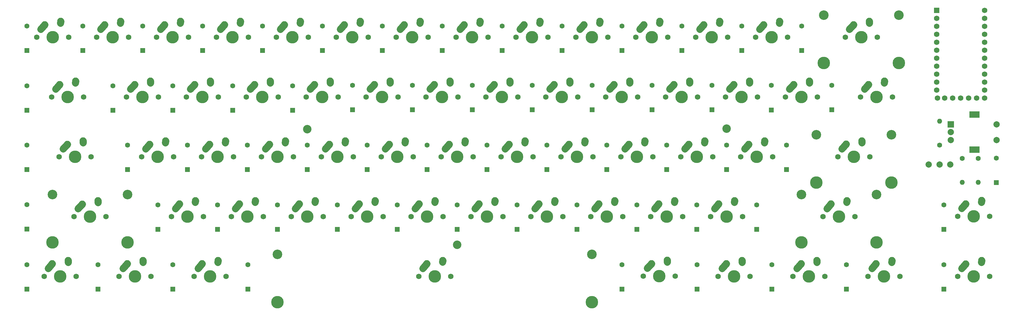
<source format=gbr>
G04 #@! TF.GenerationSoftware,KiCad,Pcbnew,(5.1.5)-3*
G04 #@! TF.CreationDate,2020-03-15T19:25:50-07:00*
G04 #@! TF.ProjectId,keyboard-layout,6b657962-6f61-4726-942d-6c61796f7574,rev?*
G04 #@! TF.SameCoordinates,Original*
G04 #@! TF.FileFunction,Soldermask,Bot*
G04 #@! TF.FilePolarity,Negative*
%FSLAX46Y46*%
G04 Gerber Fmt 4.6, Leading zero omitted, Abs format (unit mm)*
G04 Created by KiCad (PCBNEW (5.1.5)-3) date 2020-03-15 19:25:50*
%MOMM*%
%LPD*%
G04 APERTURE LIST*
%ADD10R,2.000000X2.000000*%
%ADD11C,2.000000*%
%ADD12R,3.200000X2.000000*%
%ADD13C,2.700000*%
%ADD14C,2.250000*%
%ADD15C,2.250000*%
%ADD16C,3.987800*%
%ADD17C,1.750000*%
%ADD18C,3.048000*%
%ADD19R,1.752600X1.752600*%
%ADD20C,1.752600*%
%ADD21C,1.600000*%
%ADD22R,1.600000X1.600000*%
%ADD23C,1.998980*%
%ADD24O,1.600000X1.600000*%
G04 APERTURE END LIST*
D10*
X315153040Y-57297320D03*
D11*
X315153040Y-59797320D03*
X315153040Y-62297320D03*
D12*
X322653040Y-54197320D03*
X322653040Y-65397320D03*
D11*
X329653040Y-57297320D03*
X329653040Y-62297320D03*
D13*
X158115000Y-95631000D03*
D14*
X251102500Y-44071660D02*
X251142500Y-43491660D01*
D15*
X251142500Y-43491660D03*
D14*
X244792500Y-46031660D02*
X246102502Y-44571660D01*
D16*
X248602500Y-48571660D03*
D15*
X246102500Y-44571660D03*
D17*
X243522500Y-48571660D03*
X253682500Y-48571660D03*
D13*
X110490000Y-58801000D03*
X243840000Y-58674000D03*
D14*
X153523320Y-101211500D02*
X153563320Y-100631500D01*
D15*
X153563320Y-100631500D03*
D14*
X147213320Y-103171500D02*
X148523322Y-101711500D01*
D16*
X151023320Y-105711500D03*
D15*
X148523320Y-101711500D03*
D17*
X145943320Y-105711500D03*
X156103320Y-105711500D03*
D18*
X101023420Y-98726500D03*
X201023220Y-98726500D03*
D16*
X101023420Y-113966500D03*
X201023220Y-113966500D03*
D19*
X310673750Y-20955000D03*
D20*
X310673750Y-23495000D03*
X310673750Y-26035000D03*
X310673750Y-28575000D03*
X310673750Y-31115000D03*
X310673750Y-33655000D03*
X310673750Y-36195000D03*
X310673750Y-38735000D03*
X310673750Y-41275000D03*
X310673750Y-43815000D03*
X310673750Y-46355000D03*
X325913750Y-48895000D03*
X325913750Y-46355000D03*
X325913750Y-43815000D03*
X325913750Y-41275000D03*
X325913750Y-38735000D03*
X325913750Y-36195000D03*
X325913750Y-33655000D03*
X325913750Y-31115000D03*
X325913750Y-28575000D03*
X325913750Y-26035000D03*
X325913750Y-23495000D03*
X310902350Y-48895000D03*
X325913750Y-20955000D03*
X323373750Y-48895000D03*
X320833750Y-48895000D03*
X318293750Y-48895000D03*
X315753750Y-48895000D03*
X313213750Y-48895000D03*
D21*
X329565000Y-68048040D03*
D22*
X329565000Y-75848040D03*
D23*
X308107080Y-70081140D03*
D24*
X311531000Y-56261000D03*
D21*
X311531000Y-63881000D03*
D24*
X318770000Y-75758040D03*
D21*
X318770000Y-68138040D03*
D24*
X323850000Y-75758040D03*
D21*
X323850000Y-68138040D03*
D23*
X311536080Y-70081140D03*
D14*
X74879840Y-82153880D02*
X74919840Y-81573880D01*
D15*
X74919840Y-81573880D03*
D14*
X68569840Y-84113880D02*
X69879842Y-82653880D01*
D16*
X72379840Y-86653880D03*
D15*
X69879840Y-82653880D03*
D17*
X67299840Y-86653880D03*
X77459840Y-86653880D03*
D14*
X155852500Y-44071660D02*
X155892500Y-43491660D01*
D15*
X155892500Y-43491660D03*
D14*
X149542500Y-46031660D02*
X150852502Y-44571660D01*
D16*
X153352500Y-48571660D03*
D15*
X150852500Y-44571660D03*
D17*
X148272500Y-48571660D03*
X158432500Y-48571660D03*
D14*
X93929840Y-82153880D02*
X93969840Y-81573880D01*
D15*
X93969840Y-81573880D03*
D14*
X87619840Y-84113880D02*
X88929842Y-82653880D01*
D16*
X91429840Y-86653880D03*
D15*
X88929840Y-82653880D03*
D17*
X86349840Y-86653880D03*
X96509840Y-86653880D03*
D14*
X58245380Y-101216580D02*
X58285380Y-100636580D01*
D15*
X58285380Y-100636580D03*
D14*
X51935380Y-103176580D02*
X53245382Y-101716580D01*
D16*
X55745380Y-105716580D03*
D15*
X53245380Y-101716580D03*
D17*
X50665380Y-105716580D03*
X60825380Y-105716580D03*
D14*
X248722520Y-101216580D02*
X248762520Y-100636580D01*
D15*
X248762520Y-100636580D03*
D14*
X242412520Y-103176580D02*
X243722522Y-101716580D01*
D16*
X246222520Y-105716580D03*
D15*
X243722520Y-101716580D03*
D17*
X241142520Y-105716580D03*
X251302520Y-105716580D03*
D14*
X79652500Y-44071660D02*
X79692500Y-43491660D01*
D15*
X79692500Y-43491660D03*
D14*
X73342500Y-46031660D02*
X74652502Y-44571660D01*
D16*
X77152500Y-48571660D03*
D15*
X74652500Y-44571660D03*
D17*
X72072500Y-48571660D03*
X82232500Y-48571660D03*
D14*
X132029840Y-82153880D02*
X132069840Y-81573880D01*
D15*
X132069840Y-81573880D03*
D14*
X125719840Y-84113880D02*
X127029842Y-82653880D01*
D16*
X129529840Y-86653880D03*
D15*
X127029840Y-82653880D03*
D17*
X124449840Y-86653880D03*
X134609840Y-86653880D03*
D14*
X174902500Y-44071660D02*
X174942500Y-43491660D01*
D15*
X174942500Y-43491660D03*
D14*
X168592500Y-46031660D02*
X169902502Y-44571660D01*
D16*
X172402500Y-48571660D03*
D15*
X169902500Y-44571660D03*
D17*
X167322500Y-48571660D03*
X177482500Y-48571660D03*
D14*
X36782380Y-44079280D02*
X36822380Y-43499280D01*
D15*
X36822380Y-43499280D03*
D14*
X30472380Y-46039280D02*
X31782382Y-44579280D01*
D16*
X34282380Y-48579280D03*
D15*
X31782380Y-44579280D03*
D17*
X29202380Y-48579280D03*
X39362380Y-48579280D03*
D14*
X136802500Y-44071660D02*
X136842500Y-43491660D01*
D15*
X136842500Y-43491660D03*
D14*
X130492500Y-46031660D02*
X131802502Y-44571660D01*
D16*
X134302500Y-48571660D03*
D15*
X131802500Y-44571660D03*
D17*
X129222500Y-48571660D03*
X139382500Y-48571660D03*
D14*
X246329840Y-82153880D02*
X246369840Y-81573880D01*
D15*
X246369840Y-81573880D03*
D14*
X240019840Y-84113880D02*
X241329842Y-82653880D01*
D16*
X243829840Y-86653880D03*
D15*
X241329840Y-82653880D03*
D17*
X238749840Y-86653880D03*
X248909840Y-86653880D03*
D14*
X43927400Y-82174200D02*
X43967400Y-81594200D01*
D15*
X43967400Y-81594200D03*
D14*
X37617400Y-84134200D02*
X38927402Y-82674200D01*
D16*
X41427400Y-86674200D03*
D15*
X38927400Y-82674200D03*
D17*
X36347400Y-86674200D03*
X46507400Y-86674200D03*
D18*
X29489400Y-79689200D03*
X53365400Y-79689200D03*
D16*
X29489400Y-94929200D03*
X53365400Y-94929200D03*
D14*
X282052400Y-82158960D02*
X282092400Y-81578960D01*
D15*
X282092400Y-81578960D03*
D14*
X275742400Y-84118960D02*
X277052402Y-82658960D01*
D16*
X279552400Y-86658960D03*
D15*
X277052400Y-82658960D03*
D17*
X274472400Y-86658960D03*
X284632400Y-86658960D03*
D18*
X267614400Y-79673960D03*
X291490400Y-79673960D03*
D16*
X267614400Y-94913960D03*
X291490400Y-94913960D03*
D14*
X236817540Y-63121660D02*
X236857540Y-62541660D01*
D15*
X236857540Y-62541660D03*
D14*
X230507540Y-65081660D02*
X231817542Y-63621660D01*
D16*
X234317540Y-67621660D03*
D15*
X231817540Y-63621660D03*
D17*
X229237540Y-67621660D03*
X239397540Y-67621660D03*
D14*
X84417540Y-63121660D02*
X84457540Y-62541660D01*
D15*
X84457540Y-62541660D03*
D14*
X78107540Y-65081660D02*
X79417542Y-63621660D01*
D16*
X81917540Y-67621660D03*
D15*
X79417540Y-63621660D03*
D17*
X76837540Y-67621660D03*
X86997540Y-67621660D03*
D14*
X117752500Y-44071660D02*
X117792500Y-43491660D01*
D15*
X117792500Y-43491660D03*
D14*
X111442500Y-46031660D02*
X112752502Y-44571660D01*
D16*
X115252500Y-48571660D03*
D15*
X112752500Y-44571660D03*
D17*
X110172500Y-48571660D03*
X120332500Y-48571660D03*
D14*
X255867540Y-63121660D02*
X255907540Y-62541660D01*
D15*
X255907540Y-62541660D03*
D14*
X249557540Y-65081660D02*
X250867542Y-63621660D01*
D16*
X253367540Y-67621660D03*
D15*
X250867540Y-63621660D03*
D17*
X248287540Y-67621660D03*
X258447540Y-67621660D03*
D14*
X60602500Y-44071660D02*
X60642500Y-43491660D01*
D15*
X60642500Y-43491660D03*
D14*
X54292500Y-46031660D02*
X55602502Y-44571660D01*
D16*
X58102500Y-48571660D03*
D15*
X55602500Y-44571660D03*
D17*
X53022500Y-48571660D03*
X63182500Y-48571660D03*
D14*
X232052500Y-44071660D02*
X232092500Y-43491660D01*
D15*
X232092500Y-43491660D03*
D14*
X225742500Y-46031660D02*
X227052502Y-44571660D01*
D16*
X229552500Y-48571660D03*
D15*
X227052500Y-44571660D03*
D17*
X224472500Y-48571660D03*
X234632500Y-48571660D03*
D14*
X213002500Y-44071660D02*
X213042500Y-43491660D01*
D15*
X213042500Y-43491660D03*
D14*
X206692500Y-46031660D02*
X208002502Y-44571660D01*
D16*
X210502500Y-48571660D03*
D15*
X208002500Y-44571660D03*
D17*
X205422500Y-48571660D03*
X215582500Y-48571660D03*
D14*
X170129840Y-82153880D02*
X170169840Y-81573880D01*
D15*
X170169840Y-81573880D03*
D14*
X163819840Y-84113880D02*
X165129842Y-82653880D01*
D16*
X167629840Y-86653880D03*
D15*
X165129840Y-82653880D03*
D17*
X162549840Y-86653880D03*
X172709840Y-86653880D03*
D14*
X241577500Y-25021660D02*
X241617500Y-24441660D01*
D15*
X241617500Y-24441660D03*
D14*
X235267500Y-26981660D02*
X236577502Y-25521660D01*
D16*
X239077500Y-29521660D03*
D15*
X236577500Y-25521660D03*
D17*
X233997500Y-29521660D03*
X244157500Y-29521660D03*
D14*
X272529940Y-101216580D02*
X272569940Y-100636580D01*
D15*
X272569940Y-100636580D03*
D14*
X266219940Y-103176580D02*
X267529942Y-101716580D01*
D16*
X270029940Y-105716580D03*
D15*
X267529940Y-101716580D03*
D17*
X264949940Y-105716580D03*
X275109940Y-105716580D03*
D14*
X189179840Y-82153880D02*
X189219840Y-81573880D01*
D15*
X189219840Y-81573880D03*
D14*
X182869840Y-84113880D02*
X184179842Y-82653880D01*
D16*
X186679840Y-86653880D03*
D15*
X184179840Y-82653880D03*
D17*
X181599840Y-86653880D03*
X191759840Y-86653880D03*
D14*
X217767540Y-63121660D02*
X217807540Y-62541660D01*
D15*
X217807540Y-62541660D03*
D14*
X211457540Y-65081660D02*
X212767542Y-63621660D01*
D16*
X215267540Y-67621660D03*
D15*
X212767540Y-63621660D03*
D17*
X210187540Y-67621660D03*
X220347540Y-67621660D03*
D14*
X198717540Y-63121660D02*
X198757540Y-62541660D01*
D15*
X198757540Y-62541660D03*
D14*
X192407540Y-65081660D02*
X193717542Y-63621660D01*
D16*
X196217540Y-67621660D03*
D15*
X193717540Y-63621660D03*
D17*
X191137540Y-67621660D03*
X201297540Y-67621660D03*
D14*
X179667540Y-63121660D02*
X179707540Y-62541660D01*
D15*
X179707540Y-62541660D03*
D14*
X173357540Y-65081660D02*
X174667542Y-63621660D01*
D16*
X177167540Y-67621660D03*
D15*
X174667540Y-63621660D03*
D17*
X172087540Y-67621660D03*
X182247540Y-67621660D03*
D14*
X193952500Y-44071660D02*
X193992500Y-43491660D01*
D15*
X193992500Y-43491660D03*
D14*
X187642500Y-46031660D02*
X188952502Y-44571660D01*
D16*
X191452500Y-48571660D03*
D15*
X188952500Y-44571660D03*
D17*
X186372500Y-48571660D03*
X196532500Y-48571660D03*
D14*
X160617540Y-63121660D02*
X160657540Y-62541660D01*
D15*
X160657540Y-62541660D03*
D14*
X154307540Y-65081660D02*
X155617542Y-63621660D01*
D16*
X158117540Y-67621660D03*
D15*
X155617540Y-63621660D03*
D17*
X153037540Y-67621660D03*
X163197540Y-67621660D03*
D14*
X141567540Y-63121660D02*
X141607540Y-62541660D01*
D15*
X141607540Y-62541660D03*
D14*
X135257540Y-65081660D02*
X136567542Y-63621660D01*
D16*
X139067540Y-67621660D03*
D15*
X136567540Y-63621660D03*
D17*
X133987540Y-67621660D03*
X144147540Y-67621660D03*
D14*
X122517540Y-63121660D02*
X122557540Y-62541660D01*
D15*
X122557540Y-62541660D03*
D14*
X116207540Y-65081660D02*
X117517542Y-63621660D01*
D16*
X120017540Y-67621660D03*
D15*
X117517540Y-63621660D03*
D17*
X114937540Y-67621660D03*
X125097540Y-67621660D03*
D14*
X32027500Y-25021660D02*
X32067500Y-24441660D01*
D15*
X32067500Y-24441660D03*
D14*
X25717500Y-26981660D02*
X27027502Y-25521660D01*
D16*
X29527500Y-29521660D03*
D15*
X27027500Y-25521660D03*
D17*
X24447500Y-29521660D03*
X34607500Y-29521660D03*
D14*
X260627500Y-25021660D02*
X260667500Y-24441660D01*
D15*
X260667500Y-24441660D03*
D14*
X254317500Y-26981660D02*
X255627502Y-25521660D01*
D16*
X258127500Y-29521660D03*
D15*
X255627500Y-25521660D03*
D17*
X253047500Y-29521660D03*
X263207500Y-29521660D03*
D14*
X286840300Y-63119120D02*
X286880300Y-62539120D01*
D15*
X286880300Y-62539120D03*
D14*
X280530300Y-65079120D02*
X281840302Y-63619120D01*
D16*
X284340300Y-67619120D03*
D15*
X281840300Y-63619120D03*
D17*
X279260300Y-67619120D03*
X289420300Y-67619120D03*
D18*
X272402300Y-60634120D03*
X296278300Y-60634120D03*
D16*
X272402300Y-75874120D03*
X296278300Y-75874120D03*
D14*
X98702500Y-44071660D02*
X98742500Y-43491660D01*
D15*
X98742500Y-43491660D03*
D14*
X92392500Y-46031660D02*
X93702502Y-44571660D01*
D16*
X96202500Y-48571660D03*
D15*
X93702500Y-44571660D03*
D17*
X91122500Y-48571660D03*
X101282500Y-48571660D03*
D14*
X227279840Y-82153880D02*
X227319840Y-81573880D01*
D15*
X227319840Y-81573880D03*
D14*
X220969840Y-84113880D02*
X222279842Y-82653880D01*
D16*
X224779840Y-86653880D03*
D15*
X222279840Y-82653880D03*
D17*
X219699840Y-86653880D03*
X229859840Y-86653880D03*
D14*
X103467540Y-63121660D02*
X103507540Y-62541660D01*
D15*
X103507540Y-62541660D03*
D14*
X97157540Y-65081660D02*
X98467542Y-63621660D01*
D16*
X100967540Y-67621660D03*
D15*
X98467540Y-63621660D03*
D17*
X95887540Y-67621660D03*
X106047540Y-67621660D03*
D14*
X34415100Y-101216580D02*
X34455100Y-100636580D01*
D15*
X34455100Y-100636580D03*
D14*
X28105100Y-103176580D02*
X29415102Y-101716580D01*
D16*
X31915100Y-105716580D03*
D15*
X29415100Y-101716580D03*
D17*
X26835100Y-105716580D03*
X36995100Y-105716580D03*
D14*
X296334820Y-101216580D02*
X296374820Y-100636580D01*
D15*
X296374820Y-100636580D03*
D14*
X290024820Y-103176580D02*
X291334822Y-101716580D01*
D16*
X293834820Y-105716580D03*
D15*
X291334820Y-101716580D03*
D17*
X288754820Y-105716580D03*
X298914820Y-105716580D03*
D14*
X208229840Y-82153880D02*
X208269840Y-81573880D01*
D15*
X208269840Y-81573880D03*
D14*
X201919840Y-84113880D02*
X203229842Y-82653880D01*
D16*
X205729840Y-86653880D03*
D15*
X203229840Y-82653880D03*
D17*
X200649840Y-86653880D03*
X210809840Y-86653880D03*
D14*
X39164900Y-63131820D02*
X39204900Y-62551820D01*
D15*
X39204900Y-62551820D03*
D14*
X32854900Y-65091820D02*
X34164902Y-63631820D01*
D16*
X36664900Y-67631820D03*
D15*
X34164900Y-63631820D03*
D17*
X31584900Y-67631820D03*
X41744900Y-67631820D03*
D14*
X112979840Y-82153880D02*
X113019840Y-81573880D01*
D15*
X113019840Y-81573880D03*
D14*
X106669840Y-84113880D02*
X107979842Y-82653880D01*
D16*
X110479840Y-86653880D03*
D15*
X107979840Y-82653880D03*
D17*
X105399840Y-86653880D03*
X115559840Y-86653880D03*
D14*
X293972500Y-44086660D02*
X294012500Y-43506660D01*
D15*
X294012500Y-43506660D03*
D14*
X287662500Y-46046660D02*
X288972502Y-44586660D01*
D16*
X291472500Y-48586660D03*
D15*
X288972500Y-44586660D03*
D17*
X286392500Y-48586660D03*
X296552500Y-48586660D03*
D14*
X289202500Y-25021660D02*
X289242500Y-24441660D01*
D15*
X289242500Y-24441660D03*
D14*
X282892500Y-26981660D02*
X284202502Y-25521660D01*
D16*
X286702500Y-29521660D03*
D15*
X284202500Y-25521660D03*
D17*
X281622500Y-29521660D03*
X291782500Y-29521660D03*
D18*
X274764500Y-22536660D03*
X298640500Y-22536660D03*
D16*
X274764500Y-37776660D03*
X298640500Y-37776660D03*
D14*
X151079840Y-82153880D02*
X151119840Y-81573880D01*
D15*
X151119840Y-81573880D03*
D14*
X144769840Y-84113880D02*
X146079842Y-82653880D01*
D16*
X148579840Y-86653880D03*
D15*
X146079840Y-82653880D03*
D17*
X143499840Y-86653880D03*
X153659840Y-86653880D03*
D14*
X82073120Y-101216580D02*
X82113120Y-100636580D01*
D15*
X82113120Y-100636580D03*
D14*
X75763120Y-103176580D02*
X77073122Y-101716580D01*
D16*
X79573120Y-105716580D03*
D15*
X77073120Y-101716580D03*
D17*
X74493120Y-105716580D03*
X84653120Y-105716580D03*
D14*
X224953200Y-101196260D02*
X224993200Y-100616260D01*
D15*
X224993200Y-100616260D03*
D14*
X218643200Y-103156260D02*
X219953202Y-101696260D01*
D16*
X222453200Y-105696260D03*
D15*
X219953200Y-101696260D03*
D17*
X217373200Y-105696260D03*
X227533200Y-105696260D03*
D14*
X65367540Y-63121660D02*
X65407540Y-62541660D01*
D15*
X65407540Y-62541660D03*
D14*
X59057540Y-65081660D02*
X60367542Y-63621660D01*
D16*
X62867540Y-67621660D03*
D15*
X60367540Y-63621660D03*
D17*
X57787540Y-67621660D03*
X67947540Y-67621660D03*
D14*
X270152500Y-44071660D02*
X270192500Y-43491660D01*
D15*
X270192500Y-43491660D03*
D14*
X263842500Y-46031660D02*
X265152502Y-44571660D01*
D16*
X267652500Y-48571660D03*
D15*
X265152500Y-44571660D03*
D17*
X262572500Y-48571660D03*
X272732500Y-48571660D03*
D14*
X324889500Y-82114000D02*
X324929500Y-81534000D01*
D15*
X324929500Y-81534000D03*
D14*
X318579500Y-84074000D02*
X319889502Y-82614000D01*
D16*
X322389500Y-86614000D03*
D15*
X319889500Y-82614000D03*
D17*
X317309500Y-86614000D03*
X327469500Y-86614000D03*
D14*
X324889500Y-101221660D02*
X324929500Y-100641660D01*
D15*
X324929500Y-100641660D03*
D14*
X318579500Y-103181660D02*
X319889502Y-101721660D01*
D16*
X322389500Y-105721660D03*
D15*
X319889500Y-101721660D03*
D17*
X317309500Y-105721660D03*
X327469500Y-105721660D03*
D14*
X203477500Y-25021660D02*
X203517500Y-24441660D01*
D15*
X203517500Y-24441660D03*
D14*
X197167500Y-26981660D02*
X198477502Y-25521660D01*
D16*
X200977500Y-29521660D03*
D15*
X198477500Y-25521660D03*
D17*
X195897500Y-29521660D03*
X206057500Y-29521660D03*
D14*
X184427500Y-25021660D02*
X184467500Y-24441660D01*
D15*
X184467500Y-24441660D03*
D14*
X178117500Y-26981660D02*
X179427502Y-25521660D01*
D16*
X181927500Y-29521660D03*
D15*
X179427500Y-25521660D03*
D17*
X176847500Y-29521660D03*
X187007500Y-29521660D03*
D14*
X165377500Y-25021660D02*
X165417500Y-24441660D01*
D15*
X165417500Y-24441660D03*
D14*
X159067500Y-26981660D02*
X160377502Y-25521660D01*
D16*
X162877500Y-29521660D03*
D15*
X160377500Y-25521660D03*
D17*
X157797500Y-29521660D03*
X167957500Y-29521660D03*
D14*
X146327500Y-25021660D02*
X146367500Y-24441660D01*
D15*
X146367500Y-24441660D03*
D14*
X140017500Y-26981660D02*
X141327502Y-25521660D01*
D16*
X143827500Y-29521660D03*
D15*
X141327500Y-25521660D03*
D17*
X138747500Y-29521660D03*
X148907500Y-29521660D03*
D14*
X127277500Y-25021660D02*
X127317500Y-24441660D01*
D15*
X127317500Y-24441660D03*
D14*
X120967500Y-26981660D02*
X122277502Y-25521660D01*
D16*
X124777500Y-29521660D03*
D15*
X122277500Y-25521660D03*
D17*
X119697500Y-29521660D03*
X129857500Y-29521660D03*
D14*
X108227500Y-25021660D02*
X108267500Y-24441660D01*
D15*
X108267500Y-24441660D03*
D14*
X101917500Y-26981660D02*
X103227502Y-25521660D01*
D16*
X105727500Y-29521660D03*
D15*
X103227500Y-25521660D03*
D17*
X100647500Y-29521660D03*
X110807500Y-29521660D03*
D14*
X89177500Y-25021660D02*
X89217500Y-24441660D01*
D15*
X89217500Y-24441660D03*
D14*
X82867500Y-26981660D02*
X84177502Y-25521660D01*
D16*
X86677500Y-29521660D03*
D15*
X84177500Y-25521660D03*
D17*
X81597500Y-29521660D03*
X91757500Y-29521660D03*
D14*
X70127500Y-25021660D02*
X70167500Y-24441660D01*
D15*
X70167500Y-24441660D03*
D14*
X63817500Y-26981660D02*
X65127502Y-25521660D01*
D16*
X67627500Y-29521660D03*
D15*
X65127500Y-25521660D03*
D17*
X62547500Y-29521660D03*
X72707500Y-29521660D03*
D14*
X51077500Y-25021660D02*
X51117500Y-24441660D01*
D15*
X51117500Y-24441660D03*
D14*
X44767500Y-26981660D02*
X46077502Y-25521660D01*
D16*
X48577500Y-29521660D03*
D15*
X46077500Y-25521660D03*
D17*
X43497500Y-29521660D03*
X53657500Y-29521660D03*
D14*
X222527500Y-25021660D02*
X222567500Y-24441660D01*
D15*
X222567500Y-24441660D03*
D14*
X216217500Y-26981660D02*
X217527502Y-25521660D01*
D16*
X220027500Y-29521660D03*
D15*
X217527500Y-25521660D03*
D17*
X214947500Y-29521660D03*
X225107500Y-29521660D03*
D23*
X314965080Y-70081140D03*
D21*
X62992000Y-82968000D03*
D22*
X62992000Y-90768000D03*
D21*
X143891000Y-44868000D03*
D22*
X143891000Y-52668000D03*
D21*
X81915000Y-82968000D03*
D22*
X81915000Y-90768000D03*
D21*
X43942000Y-102018000D03*
D22*
X43942000Y-109818000D03*
D21*
X234442000Y-102018000D03*
D22*
X234442000Y-109818000D03*
D21*
X67691000Y-44995000D03*
D22*
X67691000Y-52795000D03*
D21*
X120015000Y-82968000D03*
D22*
X120015000Y-90768000D03*
D21*
X162941000Y-44868000D03*
D22*
X162941000Y-52668000D03*
D21*
X21336000Y-44995000D03*
D22*
X21336000Y-52795000D03*
D21*
X124841000Y-44868000D03*
D22*
X124841000Y-52668000D03*
D21*
X234315000Y-82968000D03*
D22*
X234315000Y-90768000D03*
D21*
X21336000Y-82841000D03*
D22*
X21336000Y-90641000D03*
D21*
X253365000Y-82968000D03*
D22*
X253365000Y-90768000D03*
D21*
X224790000Y-63918000D03*
D22*
X224790000Y-71718000D03*
D21*
X72390000Y-63918000D03*
D22*
X72390000Y-71718000D03*
D21*
X105791000Y-44995000D03*
D22*
X105791000Y-52795000D03*
D21*
X243840000Y-63918000D03*
D22*
X243840000Y-71718000D03*
D21*
X48641000Y-44995000D03*
D22*
X48641000Y-52795000D03*
D21*
X220091000Y-44868000D03*
D22*
X220091000Y-52668000D03*
D21*
X201041000Y-44868000D03*
D22*
X201041000Y-52668000D03*
D21*
X158115000Y-82968000D03*
D22*
X158115000Y-90768000D03*
D21*
X229616000Y-25945000D03*
D22*
X229616000Y-33745000D03*
D21*
X258191000Y-102018000D03*
D22*
X258191000Y-109818000D03*
D21*
X177165000Y-82968000D03*
D22*
X177165000Y-90768000D03*
D21*
X205740000Y-63918000D03*
D22*
X205740000Y-71718000D03*
D21*
X186690000Y-63918000D03*
D22*
X186690000Y-71718000D03*
D21*
X167640000Y-63918000D03*
D22*
X167640000Y-71718000D03*
D21*
X181991000Y-44868000D03*
D22*
X181991000Y-52668000D03*
D21*
X148590000Y-63918000D03*
D22*
X148590000Y-71718000D03*
D21*
X129540000Y-63918000D03*
D22*
X129540000Y-71718000D03*
D21*
X110490000Y-63918000D03*
D22*
X110490000Y-71718000D03*
D21*
X248666000Y-25945000D03*
D22*
X248666000Y-33745000D03*
D21*
X262890000Y-63918000D03*
D22*
X262890000Y-71718000D03*
D21*
X86741000Y-44995000D03*
D22*
X86741000Y-52795000D03*
D21*
X215265000Y-82968000D03*
D22*
X215265000Y-90768000D03*
D21*
X91440000Y-63918000D03*
D22*
X91440000Y-71718000D03*
D21*
X21336000Y-102018000D03*
D22*
X21336000Y-109818000D03*
D21*
X281940000Y-102018000D03*
D22*
X281940000Y-109818000D03*
D21*
X196215000Y-82968000D03*
D22*
X196215000Y-90768000D03*
D21*
X21336000Y-63918000D03*
D22*
X21336000Y-71718000D03*
D21*
X100965000Y-82968000D03*
D22*
X100965000Y-90768000D03*
D21*
X277241000Y-44868000D03*
D22*
X277241000Y-52668000D03*
D21*
X267716000Y-25945000D03*
D22*
X267716000Y-33745000D03*
D21*
X139065000Y-82968000D03*
D22*
X139065000Y-90768000D03*
D21*
X67691000Y-102018000D03*
D22*
X67691000Y-109818000D03*
D21*
X210566000Y-102018000D03*
D22*
X210566000Y-109818000D03*
D21*
X53340000Y-63918000D03*
D22*
X53340000Y-71718000D03*
D21*
X21336000Y-25945000D03*
D22*
X21336000Y-33745000D03*
D21*
X258064000Y-44901000D03*
D22*
X258064000Y-52701000D03*
D21*
X239141000Y-44868000D03*
D22*
X239141000Y-52668000D03*
D21*
X312928000Y-82968000D03*
D22*
X312928000Y-90768000D03*
D21*
X312928000Y-102018000D03*
D22*
X312928000Y-109818000D03*
D21*
X91567000Y-102018000D03*
D22*
X91567000Y-109818000D03*
D21*
X191516000Y-25945000D03*
D22*
X191516000Y-33745000D03*
D21*
X172466000Y-25945000D03*
D22*
X172466000Y-33745000D03*
D21*
X153416000Y-25945000D03*
D22*
X153416000Y-33745000D03*
D21*
X134366000Y-25945000D03*
D22*
X134366000Y-33745000D03*
D21*
X115316000Y-25945000D03*
D22*
X115316000Y-33745000D03*
D21*
X96266000Y-25945000D03*
D22*
X96266000Y-33745000D03*
D21*
X77216000Y-25945000D03*
D22*
X77216000Y-33745000D03*
D21*
X58166000Y-25945000D03*
D22*
X58166000Y-33745000D03*
D21*
X39116000Y-25945000D03*
D22*
X39116000Y-33745000D03*
D21*
X210566000Y-25945000D03*
D22*
X210566000Y-33745000D03*
M02*

</source>
